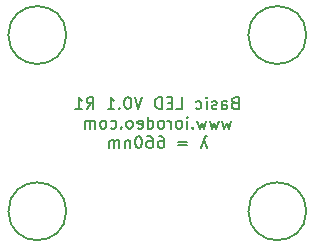
<source format=gbr>
%TF.GenerationSoftware,KiCad,Pcbnew,5.1.7-a382d34a8~87~ubuntu18.04.1*%
%TF.CreationDate,2023-06-06T11:10:53-07:00*%
%TF.ProjectId,basic_led,62617369-635f-46c6-9564-2e6b69636164,rev?*%
%TF.SameCoordinates,Original*%
%TF.FileFunction,Legend,Bot*%
%TF.FilePolarity,Positive*%
%FSLAX46Y46*%
G04 Gerber Fmt 4.6, Leading zero omitted, Abs format (unit mm)*
G04 Created by KiCad (PCBNEW 5.1.7-a382d34a8~87~ubuntu18.04.1) date 2023-06-06 11:10:53*
%MOMM*%
%LPD*%
G01*
G04 APERTURE LIST*
%ADD10C,0.150000*%
G04 APERTURE END LIST*
D10*
X69247619Y-58278571D02*
X69104761Y-58326190D01*
X69057142Y-58373809D01*
X69009523Y-58469047D01*
X69009523Y-58611904D01*
X69057142Y-58707142D01*
X69104761Y-58754761D01*
X69200000Y-58802380D01*
X69580952Y-58802380D01*
X69580952Y-57802380D01*
X69247619Y-57802380D01*
X69152380Y-57850000D01*
X69104761Y-57897619D01*
X69057142Y-57992857D01*
X69057142Y-58088095D01*
X69104761Y-58183333D01*
X69152380Y-58230952D01*
X69247619Y-58278571D01*
X69580952Y-58278571D01*
X68152380Y-58802380D02*
X68152380Y-58278571D01*
X68200000Y-58183333D01*
X68295238Y-58135714D01*
X68485714Y-58135714D01*
X68580952Y-58183333D01*
X68152380Y-58754761D02*
X68247619Y-58802380D01*
X68485714Y-58802380D01*
X68580952Y-58754761D01*
X68628571Y-58659523D01*
X68628571Y-58564285D01*
X68580952Y-58469047D01*
X68485714Y-58421428D01*
X68247619Y-58421428D01*
X68152380Y-58373809D01*
X67723809Y-58754761D02*
X67628571Y-58802380D01*
X67438095Y-58802380D01*
X67342857Y-58754761D01*
X67295238Y-58659523D01*
X67295238Y-58611904D01*
X67342857Y-58516666D01*
X67438095Y-58469047D01*
X67580952Y-58469047D01*
X67676190Y-58421428D01*
X67723809Y-58326190D01*
X67723809Y-58278571D01*
X67676190Y-58183333D01*
X67580952Y-58135714D01*
X67438095Y-58135714D01*
X67342857Y-58183333D01*
X66866666Y-58802380D02*
X66866666Y-58135714D01*
X66866666Y-57802380D02*
X66914285Y-57850000D01*
X66866666Y-57897619D01*
X66819047Y-57850000D01*
X66866666Y-57802380D01*
X66866666Y-57897619D01*
X65961904Y-58754761D02*
X66057142Y-58802380D01*
X66247619Y-58802380D01*
X66342857Y-58754761D01*
X66390476Y-58707142D01*
X66438095Y-58611904D01*
X66438095Y-58326190D01*
X66390476Y-58230952D01*
X66342857Y-58183333D01*
X66247619Y-58135714D01*
X66057142Y-58135714D01*
X65961904Y-58183333D01*
X64295238Y-58802380D02*
X64771428Y-58802380D01*
X64771428Y-57802380D01*
X63961904Y-58278571D02*
X63628571Y-58278571D01*
X63485714Y-58802380D02*
X63961904Y-58802380D01*
X63961904Y-57802380D01*
X63485714Y-57802380D01*
X63057142Y-58802380D02*
X63057142Y-57802380D01*
X62819047Y-57802380D01*
X62676190Y-57850000D01*
X62580952Y-57945238D01*
X62533333Y-58040476D01*
X62485714Y-58230952D01*
X62485714Y-58373809D01*
X62533333Y-58564285D01*
X62580952Y-58659523D01*
X62676190Y-58754761D01*
X62819047Y-58802380D01*
X63057142Y-58802380D01*
X61438095Y-57802380D02*
X61104761Y-58802380D01*
X60771428Y-57802380D01*
X60247619Y-57802380D02*
X60152380Y-57802380D01*
X60057142Y-57850000D01*
X60009523Y-57897619D01*
X59961904Y-57992857D01*
X59914285Y-58183333D01*
X59914285Y-58421428D01*
X59961904Y-58611904D01*
X60009523Y-58707142D01*
X60057142Y-58754761D01*
X60152380Y-58802380D01*
X60247619Y-58802380D01*
X60342857Y-58754761D01*
X60390476Y-58707142D01*
X60438095Y-58611904D01*
X60485714Y-58421428D01*
X60485714Y-58183333D01*
X60438095Y-57992857D01*
X60390476Y-57897619D01*
X60342857Y-57850000D01*
X60247619Y-57802380D01*
X59485714Y-58707142D02*
X59438095Y-58754761D01*
X59485714Y-58802380D01*
X59533333Y-58754761D01*
X59485714Y-58707142D01*
X59485714Y-58802380D01*
X58485714Y-58802380D02*
X59057142Y-58802380D01*
X58771428Y-58802380D02*
X58771428Y-57802380D01*
X58866666Y-57945238D01*
X58961904Y-58040476D01*
X59057142Y-58088095D01*
X56723809Y-58802380D02*
X57057142Y-58326190D01*
X57295238Y-58802380D02*
X57295238Y-57802380D01*
X56914285Y-57802380D01*
X56819047Y-57850000D01*
X56771428Y-57897619D01*
X56723809Y-57992857D01*
X56723809Y-58135714D01*
X56771428Y-58230952D01*
X56819047Y-58278571D01*
X56914285Y-58326190D01*
X57295238Y-58326190D01*
X55771428Y-58802380D02*
X56342857Y-58802380D01*
X56057142Y-58802380D02*
X56057142Y-57802380D01*
X56152380Y-57945238D01*
X56247619Y-58040476D01*
X56342857Y-58088095D01*
X68938095Y-59785714D02*
X68747619Y-60452380D01*
X68557142Y-59976190D01*
X68366666Y-60452380D01*
X68176190Y-59785714D01*
X67890476Y-59785714D02*
X67700000Y-60452380D01*
X67509523Y-59976190D01*
X67319047Y-60452380D01*
X67128571Y-59785714D01*
X66842857Y-59785714D02*
X66652380Y-60452380D01*
X66461904Y-59976190D01*
X66271428Y-60452380D01*
X66080952Y-59785714D01*
X65700000Y-60357142D02*
X65652380Y-60404761D01*
X65700000Y-60452380D01*
X65747619Y-60404761D01*
X65700000Y-60357142D01*
X65700000Y-60452380D01*
X65223809Y-60452380D02*
X65223809Y-59785714D01*
X65223809Y-59452380D02*
X65271428Y-59500000D01*
X65223809Y-59547619D01*
X65176190Y-59500000D01*
X65223809Y-59452380D01*
X65223809Y-59547619D01*
X64604761Y-60452380D02*
X64700000Y-60404761D01*
X64747619Y-60357142D01*
X64795238Y-60261904D01*
X64795238Y-59976190D01*
X64747619Y-59880952D01*
X64700000Y-59833333D01*
X64604761Y-59785714D01*
X64461904Y-59785714D01*
X64366666Y-59833333D01*
X64319047Y-59880952D01*
X64271428Y-59976190D01*
X64271428Y-60261904D01*
X64319047Y-60357142D01*
X64366666Y-60404761D01*
X64461904Y-60452380D01*
X64604761Y-60452380D01*
X63842857Y-60452380D02*
X63842857Y-59785714D01*
X63842857Y-59976190D02*
X63795238Y-59880952D01*
X63747619Y-59833333D01*
X63652380Y-59785714D01*
X63557142Y-59785714D01*
X63080952Y-60452380D02*
X63176190Y-60404761D01*
X63223809Y-60357142D01*
X63271428Y-60261904D01*
X63271428Y-59976190D01*
X63223809Y-59880952D01*
X63176190Y-59833333D01*
X63080952Y-59785714D01*
X62938095Y-59785714D01*
X62842857Y-59833333D01*
X62795238Y-59880952D01*
X62747619Y-59976190D01*
X62747619Y-60261904D01*
X62795238Y-60357142D01*
X62842857Y-60404761D01*
X62938095Y-60452380D01*
X63080952Y-60452380D01*
X61890476Y-60452380D02*
X61890476Y-59452380D01*
X61890476Y-60404761D02*
X61985714Y-60452380D01*
X62176190Y-60452380D01*
X62271428Y-60404761D01*
X62319047Y-60357142D01*
X62366666Y-60261904D01*
X62366666Y-59976190D01*
X62319047Y-59880952D01*
X62271428Y-59833333D01*
X62176190Y-59785714D01*
X61985714Y-59785714D01*
X61890476Y-59833333D01*
X61033333Y-60404761D02*
X61128571Y-60452380D01*
X61319047Y-60452380D01*
X61414285Y-60404761D01*
X61461904Y-60309523D01*
X61461904Y-59928571D01*
X61414285Y-59833333D01*
X61319047Y-59785714D01*
X61128571Y-59785714D01*
X61033333Y-59833333D01*
X60985714Y-59928571D01*
X60985714Y-60023809D01*
X61461904Y-60119047D01*
X60414285Y-60452380D02*
X60509523Y-60404761D01*
X60557142Y-60357142D01*
X60604761Y-60261904D01*
X60604761Y-59976190D01*
X60557142Y-59880952D01*
X60509523Y-59833333D01*
X60414285Y-59785714D01*
X60271428Y-59785714D01*
X60176190Y-59833333D01*
X60128571Y-59880952D01*
X60080952Y-59976190D01*
X60080952Y-60261904D01*
X60128571Y-60357142D01*
X60176190Y-60404761D01*
X60271428Y-60452380D01*
X60414285Y-60452380D01*
X59652380Y-60357142D02*
X59604761Y-60404761D01*
X59652380Y-60452380D01*
X59700000Y-60404761D01*
X59652380Y-60357142D01*
X59652380Y-60452380D01*
X58747619Y-60404761D02*
X58842857Y-60452380D01*
X59033333Y-60452380D01*
X59128571Y-60404761D01*
X59176190Y-60357142D01*
X59223809Y-60261904D01*
X59223809Y-59976190D01*
X59176190Y-59880952D01*
X59128571Y-59833333D01*
X59033333Y-59785714D01*
X58842857Y-59785714D01*
X58747619Y-59833333D01*
X58176190Y-60452380D02*
X58271428Y-60404761D01*
X58319047Y-60357142D01*
X58366666Y-60261904D01*
X58366666Y-59976190D01*
X58319047Y-59880952D01*
X58271428Y-59833333D01*
X58176190Y-59785714D01*
X58033333Y-59785714D01*
X57938095Y-59833333D01*
X57890476Y-59880952D01*
X57842857Y-59976190D01*
X57842857Y-60261904D01*
X57890476Y-60357142D01*
X57938095Y-60404761D01*
X58033333Y-60452380D01*
X58176190Y-60452380D01*
X57414285Y-60452380D02*
X57414285Y-59785714D01*
X57414285Y-59880952D02*
X57366666Y-59833333D01*
X57271428Y-59785714D01*
X57128571Y-59785714D01*
X57033333Y-59833333D01*
X56985714Y-59928571D01*
X56985714Y-60452380D01*
X56985714Y-59928571D02*
X56938095Y-59833333D01*
X56842857Y-59785714D01*
X56700000Y-59785714D01*
X56604761Y-59833333D01*
X56557142Y-59928571D01*
X56557142Y-60452380D01*
X66628571Y-61435714D02*
X66866666Y-62102380D01*
X66866666Y-61102380D02*
X66771428Y-61102380D01*
X66723809Y-61150000D01*
X66628571Y-61435714D01*
X66390476Y-62102380D01*
X65247619Y-61578571D02*
X64485714Y-61578571D01*
X64485714Y-61864285D02*
X65247619Y-61864285D01*
X62819047Y-61102380D02*
X63009523Y-61102380D01*
X63104761Y-61150000D01*
X63152380Y-61197619D01*
X63247619Y-61340476D01*
X63295238Y-61530952D01*
X63295238Y-61911904D01*
X63247619Y-62007142D01*
X63200000Y-62054761D01*
X63104761Y-62102380D01*
X62914285Y-62102380D01*
X62819047Y-62054761D01*
X62771428Y-62007142D01*
X62723809Y-61911904D01*
X62723809Y-61673809D01*
X62771428Y-61578571D01*
X62819047Y-61530952D01*
X62914285Y-61483333D01*
X63104761Y-61483333D01*
X63200000Y-61530952D01*
X63247619Y-61578571D01*
X63295238Y-61673809D01*
X61866666Y-61102380D02*
X62057142Y-61102380D01*
X62152380Y-61150000D01*
X62200000Y-61197619D01*
X62295238Y-61340476D01*
X62342857Y-61530952D01*
X62342857Y-61911904D01*
X62295238Y-62007142D01*
X62247619Y-62054761D01*
X62152380Y-62102380D01*
X61961904Y-62102380D01*
X61866666Y-62054761D01*
X61819047Y-62007142D01*
X61771428Y-61911904D01*
X61771428Y-61673809D01*
X61819047Y-61578571D01*
X61866666Y-61530952D01*
X61961904Y-61483333D01*
X62152380Y-61483333D01*
X62247619Y-61530952D01*
X62295238Y-61578571D01*
X62342857Y-61673809D01*
X61152380Y-61102380D02*
X61057142Y-61102380D01*
X60961904Y-61150000D01*
X60914285Y-61197619D01*
X60866666Y-61292857D01*
X60819047Y-61483333D01*
X60819047Y-61721428D01*
X60866666Y-61911904D01*
X60914285Y-62007142D01*
X60961904Y-62054761D01*
X61057142Y-62102380D01*
X61152380Y-62102380D01*
X61247619Y-62054761D01*
X61295238Y-62007142D01*
X61342857Y-61911904D01*
X61390476Y-61721428D01*
X61390476Y-61483333D01*
X61342857Y-61292857D01*
X61295238Y-61197619D01*
X61247619Y-61150000D01*
X61152380Y-61102380D01*
X60390476Y-61435714D02*
X60390476Y-62102380D01*
X60390476Y-61530952D02*
X60342857Y-61483333D01*
X60247619Y-61435714D01*
X60104761Y-61435714D01*
X60009523Y-61483333D01*
X59961904Y-61578571D01*
X59961904Y-62102380D01*
X59485714Y-62102380D02*
X59485714Y-61435714D01*
X59485714Y-61530952D02*
X59438095Y-61483333D01*
X59342857Y-61435714D01*
X59200000Y-61435714D01*
X59104761Y-61483333D01*
X59057142Y-61578571D01*
X59057142Y-62102380D01*
X59057142Y-61578571D02*
X59009523Y-61483333D01*
X58914285Y-61435714D01*
X58771428Y-61435714D01*
X58676190Y-61483333D01*
X58628571Y-61578571D01*
X58628571Y-62102380D01*
%TO.C,M4*%
X54990000Y-67460000D02*
G75*
G03*
X54990000Y-67460000I-2450000J0D01*
G01*
%TO.C,M3*%
X75310000Y-67460000D02*
G75*
G03*
X75310000Y-67460000I-2450000J0D01*
G01*
%TO.C,M2*%
X75310000Y-52540000D02*
G75*
G03*
X75310000Y-52540000I-2450000J0D01*
G01*
%TO.C,M1*%
X54990000Y-52540000D02*
G75*
G03*
X54990000Y-52540000I-2450000J0D01*
G01*
%TD*%
M02*

</source>
